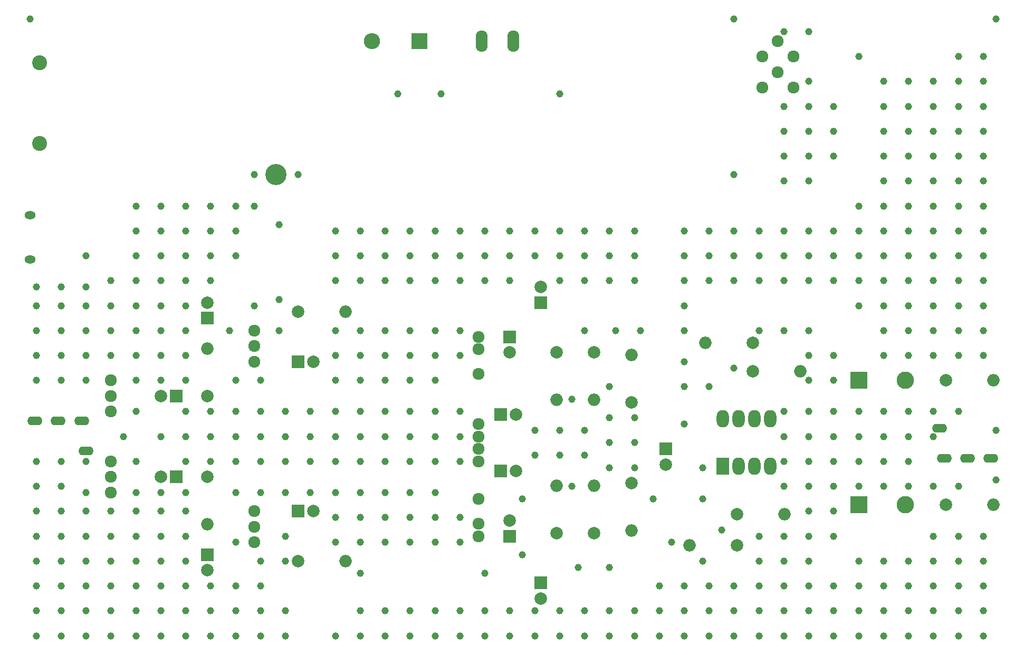
<source format=gbr>
G04 #@! TF.FileFunction,Soldermask,Bot*
%FSLAX46Y46*%
G04 Gerber Fmt 4.6, Leading zero omitted, Abs format (unit mm)*
G04 Created by KiCad (PCBNEW 4.0.7) date 05/17/21 03:00:34*
%MOMM*%
%LPD*%
G01*
G04 APERTURE LIST*
%ADD10C,0.100000*%
%ADD11C,1.170000*%
%ADD12R,2.000000X2.000000*%
%ADD13C,2.000000*%
%ADD14R,2.800000X2.800000*%
%ADD15C,2.800000*%
%ADD16R,2.600000X2.600000*%
%ADD17O,2.600000X2.600000*%
%ADD18C,2.400000*%
%ADD19C,3.400000*%
%ADD20O,1.800000X1.300000*%
%ADD21O,2.400000X1.400000*%
%ADD22O,2.000000X2.000000*%
%ADD23C,1.924000*%
%ADD24O,1.924000X3.448000*%
%ADD25R,2.000000X2.800000*%
%ADD26O,2.000000X2.800000*%
G04 APERTURE END LIST*
D10*
D11*
X213000000Y-29000000D03*
X207000000Y-35000000D03*
X166000000Y-116000000D03*
X169000000Y-111000000D03*
X137000000Y-106000000D03*
X137000000Y-115000000D03*
X131000000Y-118000000D03*
X111000000Y-118000000D03*
X67000000Y-105000000D03*
X95000000Y-87000000D03*
X91000000Y-87000000D03*
X101000000Y-54000000D03*
X94000000Y-54000000D03*
X67000000Y-67000000D03*
X58000000Y-29000000D03*
X117000000Y-41000000D03*
X124000000Y-41000000D03*
X143000000Y-41000000D03*
X171000000Y-29000000D03*
X171000000Y-54000000D03*
X94000000Y-75000000D03*
X87000000Y-71000000D03*
X87000000Y-63000000D03*
X87000000Y-59000000D03*
X91000000Y-63000000D03*
X91000000Y-59000000D03*
X91000000Y-67000000D03*
X87000000Y-67000000D03*
X79000000Y-67000000D03*
X75000000Y-67000000D03*
X83000000Y-67000000D03*
X83000000Y-59000000D03*
X83000000Y-63000000D03*
X75000000Y-59000000D03*
X79000000Y-59000000D03*
X79000000Y-63000000D03*
X75000000Y-63000000D03*
X75000000Y-75000000D03*
X79000000Y-75000000D03*
X71000000Y-75000000D03*
X59000000Y-75000000D03*
X59000000Y-72000000D03*
X79000000Y-71000000D03*
X67000000Y-72000000D03*
X71000000Y-71000000D03*
X75000000Y-71000000D03*
X67000000Y-75000000D03*
X63000000Y-72000000D03*
X63000000Y-75000000D03*
X83000000Y-75000000D03*
X83000000Y-71000000D03*
X83000000Y-87000000D03*
X83000000Y-79000000D03*
X83000000Y-83000000D03*
X63000000Y-83000000D03*
X63000000Y-79000000D03*
X63000000Y-87000000D03*
X67000000Y-83000000D03*
X75000000Y-87000000D03*
X67000000Y-87000000D03*
X75000000Y-79000000D03*
X71000000Y-79000000D03*
X67000000Y-79000000D03*
X79000000Y-79000000D03*
X79000000Y-87000000D03*
X59000000Y-79000000D03*
X59000000Y-87000000D03*
X59000000Y-83000000D03*
X71000000Y-83000000D03*
X79000000Y-83000000D03*
X75000000Y-83000000D03*
X59000000Y-100000000D03*
X59000000Y-104000000D03*
X67000000Y-100000000D03*
X63000000Y-104000000D03*
X63000000Y-100000000D03*
X75000000Y-105000000D03*
X79000000Y-105000000D03*
X83000000Y-105000000D03*
X83000000Y-108000000D03*
X83000000Y-116000000D03*
X83000000Y-112000000D03*
X63000000Y-108000000D03*
X63000000Y-112000000D03*
X67000000Y-108000000D03*
X67000000Y-112000000D03*
X59000000Y-112000000D03*
X59000000Y-108000000D03*
X71000000Y-108000000D03*
X71000000Y-112000000D03*
X79000000Y-112000000D03*
X79000000Y-108000000D03*
X75000000Y-112000000D03*
X75000000Y-108000000D03*
X91000000Y-113000000D03*
X91000000Y-105000000D03*
X99000000Y-105000000D03*
X103000000Y-105000000D03*
X95000000Y-105000000D03*
X99000000Y-116000000D03*
X99000000Y-112000000D03*
X95000000Y-116000000D03*
X95000000Y-120000000D03*
X91000000Y-120000000D03*
X87000000Y-120000000D03*
X83000000Y-120000000D03*
X75000000Y-116000000D03*
X75000000Y-120000000D03*
X79000000Y-116000000D03*
X79000000Y-120000000D03*
X71000000Y-120000000D03*
X71000000Y-116000000D03*
X59000000Y-116000000D03*
X59000000Y-120000000D03*
X67000000Y-120000000D03*
X67000000Y-116000000D03*
X63000000Y-120000000D03*
X63000000Y-116000000D03*
X63000000Y-124000000D03*
X63000000Y-128000000D03*
X67000000Y-124000000D03*
X67000000Y-128000000D03*
X59000000Y-128000000D03*
X59000000Y-124000000D03*
X87000000Y-124000000D03*
X91000000Y-124000000D03*
X83000000Y-124000000D03*
X71000000Y-124000000D03*
X71000000Y-128000000D03*
X91000000Y-128000000D03*
X79000000Y-128000000D03*
X83000000Y-128000000D03*
X87000000Y-128000000D03*
X79000000Y-124000000D03*
X75000000Y-128000000D03*
X95000000Y-128000000D03*
X95000000Y-124000000D03*
X75000000Y-124000000D03*
X107000000Y-128000000D03*
X99000000Y-128000000D03*
X99000000Y-124000000D03*
X207000000Y-104000000D03*
X207000000Y-92000000D03*
X199000000Y-92000000D03*
X199000000Y-96000000D03*
X203000000Y-96000000D03*
X203000000Y-92000000D03*
X199000000Y-100000000D03*
X203000000Y-104000000D03*
X199000000Y-104000000D03*
X191000000Y-104000000D03*
X195000000Y-104000000D03*
X191000000Y-100000000D03*
X195000000Y-100000000D03*
X195000000Y-92000000D03*
X195000000Y-96000000D03*
X191000000Y-96000000D03*
X191000000Y-92000000D03*
X187000000Y-87000000D03*
X183000000Y-87000000D03*
X179000000Y-92000000D03*
X179000000Y-96000000D03*
X183000000Y-92000000D03*
X183000000Y-96000000D03*
X187000000Y-96000000D03*
X187000000Y-92000000D03*
X187000000Y-100000000D03*
X187000000Y-108000000D03*
X187000000Y-112000000D03*
X187000000Y-104000000D03*
X183000000Y-104000000D03*
X183000000Y-100000000D03*
X179000000Y-104000000D03*
X179000000Y-100000000D03*
X175000000Y-112000000D03*
X175000000Y-116000000D03*
X183000000Y-116000000D03*
X183000000Y-112000000D03*
X179000000Y-116000000D03*
X179000000Y-112000000D03*
X183000000Y-108000000D03*
X158000000Y-106000000D03*
X166000000Y-101000000D03*
X166000000Y-106000000D03*
X161000000Y-113000000D03*
X163000000Y-120000000D03*
X159000000Y-120000000D03*
X187000000Y-120000000D03*
X175000000Y-120000000D03*
X183000000Y-120000000D03*
X179000000Y-120000000D03*
X171000000Y-120000000D03*
X167000000Y-120000000D03*
X213000000Y-95000000D03*
X213000000Y-103000000D03*
X211000000Y-112000000D03*
X207000000Y-112000000D03*
X203000000Y-112000000D03*
X191000000Y-116000000D03*
X195000000Y-116000000D03*
X195000000Y-120000000D03*
X191000000Y-120000000D03*
X199000000Y-120000000D03*
X199000000Y-116000000D03*
X207000000Y-120000000D03*
X203000000Y-120000000D03*
X203000000Y-116000000D03*
X207000000Y-116000000D03*
X207000000Y-124000000D03*
X211000000Y-124000000D03*
X203000000Y-124000000D03*
X211000000Y-128000000D03*
X203000000Y-128000000D03*
X207000000Y-128000000D03*
X211000000Y-120000000D03*
X211000000Y-116000000D03*
X167000000Y-124000000D03*
X167000000Y-128000000D03*
X171000000Y-128000000D03*
X171000000Y-124000000D03*
X179000000Y-124000000D03*
X199000000Y-124000000D03*
X199000000Y-128000000D03*
X179000000Y-128000000D03*
X183000000Y-124000000D03*
X191000000Y-128000000D03*
X187000000Y-128000000D03*
X183000000Y-128000000D03*
X195000000Y-128000000D03*
X175000000Y-128000000D03*
X175000000Y-124000000D03*
X187000000Y-124000000D03*
X195000000Y-124000000D03*
X191000000Y-124000000D03*
X155000000Y-124000000D03*
X159000000Y-124000000D03*
X151000000Y-124000000D03*
X139000000Y-124000000D03*
X139000000Y-128000000D03*
X159000000Y-128000000D03*
X147000000Y-128000000D03*
X151000000Y-128000000D03*
X155000000Y-128000000D03*
X147000000Y-124000000D03*
X143000000Y-128000000D03*
X163000000Y-128000000D03*
X163000000Y-124000000D03*
X143000000Y-124000000D03*
X115000000Y-124000000D03*
X135000000Y-124000000D03*
X135000000Y-128000000D03*
X115000000Y-128000000D03*
X119000000Y-124000000D03*
X127000000Y-128000000D03*
X123000000Y-128000000D03*
X119000000Y-128000000D03*
X131000000Y-128000000D03*
X111000000Y-128000000D03*
X111000000Y-124000000D03*
X123000000Y-124000000D03*
X131000000Y-124000000D03*
X127000000Y-124000000D03*
X146000000Y-117000000D03*
X151000000Y-117000000D03*
X145000000Y-104000000D03*
X151000000Y-88000000D03*
X145000000Y-90000000D03*
X155000000Y-97000000D03*
X151000000Y-97000000D03*
X155000000Y-101000000D03*
X151000000Y-101000000D03*
X151000000Y-93000000D03*
X155000000Y-93000000D03*
X139000000Y-99000000D03*
X143000000Y-99000000D03*
X147000000Y-99000000D03*
X107000000Y-96000000D03*
X111000000Y-96000000D03*
X103000000Y-96000000D03*
X171000000Y-85000000D03*
X183000000Y-83000000D03*
X187000000Y-83000000D03*
X175000000Y-79000000D03*
X179000000Y-79000000D03*
X183000000Y-79000000D03*
X203000000Y-83000000D03*
X199000000Y-83000000D03*
X207000000Y-83000000D03*
X195000000Y-83000000D03*
X211000000Y-83000000D03*
X203000000Y-75000000D03*
X199000000Y-75000000D03*
X207000000Y-75000000D03*
X195000000Y-75000000D03*
X211000000Y-75000000D03*
X191000000Y-75000000D03*
X211000000Y-79000000D03*
X195000000Y-79000000D03*
X207000000Y-79000000D03*
X199000000Y-79000000D03*
X203000000Y-79000000D03*
X191000000Y-59000000D03*
X183000000Y-55000000D03*
X179000000Y-55000000D03*
X183000000Y-39000000D03*
X187000000Y-51000000D03*
X183000000Y-51000000D03*
X179000000Y-51000000D03*
X187000000Y-43000000D03*
X187000000Y-47000000D03*
X183000000Y-47000000D03*
X183000000Y-43000000D03*
X179000000Y-43000000D03*
X179000000Y-47000000D03*
X183000000Y-31000000D03*
X179000000Y-31000000D03*
X191000000Y-35000000D03*
X211000000Y-43000000D03*
X211000000Y-39000000D03*
X211000000Y-47000000D03*
X195000000Y-47000000D03*
X195000000Y-39000000D03*
X195000000Y-43000000D03*
X207000000Y-43000000D03*
X207000000Y-47000000D03*
X207000000Y-39000000D03*
X199000000Y-43000000D03*
X199000000Y-47000000D03*
X199000000Y-39000000D03*
X203000000Y-39000000D03*
X203000000Y-47000000D03*
X203000000Y-43000000D03*
X211000000Y-35000000D03*
X211000000Y-55000000D03*
X211000000Y-51000000D03*
X211000000Y-59000000D03*
X195000000Y-59000000D03*
X195000000Y-51000000D03*
X195000000Y-55000000D03*
X207000000Y-55000000D03*
X207000000Y-59000000D03*
X207000000Y-51000000D03*
X199000000Y-55000000D03*
X199000000Y-59000000D03*
X199000000Y-51000000D03*
X203000000Y-51000000D03*
X203000000Y-59000000D03*
X203000000Y-55000000D03*
X203000000Y-67000000D03*
X203000000Y-71000000D03*
X203000000Y-63000000D03*
X199000000Y-63000000D03*
X199000000Y-71000000D03*
X199000000Y-67000000D03*
X207000000Y-63000000D03*
X207000000Y-71000000D03*
X207000000Y-67000000D03*
X195000000Y-67000000D03*
X195000000Y-63000000D03*
X195000000Y-71000000D03*
X211000000Y-71000000D03*
X211000000Y-63000000D03*
X211000000Y-67000000D03*
X187000000Y-67000000D03*
X187000000Y-71000000D03*
X187000000Y-63000000D03*
X183000000Y-63000000D03*
X183000000Y-71000000D03*
X183000000Y-67000000D03*
X191000000Y-63000000D03*
X191000000Y-71000000D03*
X191000000Y-67000000D03*
X179000000Y-67000000D03*
X179000000Y-63000000D03*
X179000000Y-71000000D03*
X163000000Y-71000000D03*
X163000000Y-63000000D03*
X163000000Y-67000000D03*
X175000000Y-67000000D03*
X175000000Y-71000000D03*
X175000000Y-63000000D03*
X167000000Y-67000000D03*
X167000000Y-71000000D03*
X167000000Y-63000000D03*
X171000000Y-63000000D03*
X171000000Y-71000000D03*
X171000000Y-67000000D03*
X151000000Y-67000000D03*
X151000000Y-71000000D03*
X151000000Y-63000000D03*
X147000000Y-63000000D03*
X147000000Y-71000000D03*
X147000000Y-67000000D03*
X155000000Y-63000000D03*
X155000000Y-71000000D03*
X155000000Y-67000000D03*
X143000000Y-67000000D03*
X143000000Y-63000000D03*
X135000000Y-67000000D03*
X135000000Y-71000000D03*
X135000000Y-63000000D03*
X139000000Y-63000000D03*
X143000000Y-71000000D03*
X139000000Y-67000000D03*
X127000000Y-67000000D03*
X127000000Y-71000000D03*
X127000000Y-63000000D03*
X131000000Y-63000000D03*
X131000000Y-71000000D03*
X131000000Y-67000000D03*
X111000000Y-67000000D03*
X111000000Y-71000000D03*
X111000000Y-63000000D03*
X107000000Y-63000000D03*
X107000000Y-71000000D03*
X107000000Y-67000000D03*
X119000000Y-67000000D03*
X123000000Y-71000000D03*
X119000000Y-71000000D03*
X119000000Y-63000000D03*
X115000000Y-63000000D03*
X115000000Y-71000000D03*
X115000000Y-67000000D03*
X123000000Y-63000000D03*
X123000000Y-67000000D03*
X127000000Y-109000000D03*
X127000000Y-113000000D03*
X123000000Y-83000000D03*
X123000000Y-79000000D03*
X115000000Y-83000000D03*
X115000000Y-87000000D03*
X115000000Y-79000000D03*
X119000000Y-79000000D03*
X127000000Y-79000000D03*
X119000000Y-87000000D03*
X123000000Y-87000000D03*
X127000000Y-83000000D03*
X119000000Y-83000000D03*
X107000000Y-83000000D03*
X107000000Y-87000000D03*
X107000000Y-79000000D03*
X111000000Y-79000000D03*
X111000000Y-87000000D03*
X111000000Y-83000000D03*
X107000000Y-109000000D03*
X107000000Y-105000000D03*
X107000000Y-113000000D03*
X111000000Y-109000000D03*
X115000000Y-109000000D03*
X119000000Y-109000000D03*
X119000000Y-113000000D03*
X115000000Y-113000000D03*
X111000000Y-113000000D03*
X119000000Y-105000000D03*
X115000000Y-105000000D03*
X111000000Y-105000000D03*
X123000000Y-105000000D03*
X123000000Y-113000000D03*
X123000000Y-109000000D03*
X83000000Y-100000000D03*
X83000000Y-92000000D03*
X87000000Y-96000000D03*
X87000000Y-92000000D03*
X87000000Y-100000000D03*
X91000000Y-96000000D03*
X91000000Y-100000000D03*
X91000000Y-92000000D03*
X147000000Y-95000000D03*
X111000000Y-100000000D03*
X111000000Y-92000000D03*
X99000000Y-92000000D03*
X103000000Y-92000000D03*
X107000000Y-92000000D03*
X99000000Y-100000000D03*
X103000000Y-100000000D03*
X107000000Y-100000000D03*
X143000000Y-95000000D03*
X139000000Y-95000000D03*
X99000000Y-96000000D03*
X163000000Y-84000000D03*
X163000000Y-75000000D03*
X163000000Y-79000000D03*
X167000000Y-88000000D03*
X163000000Y-88000000D03*
X163000000Y-94000000D03*
X147000000Y-79000000D03*
X156000000Y-79000000D03*
X152000000Y-79000000D03*
X127000000Y-96000000D03*
X127000000Y-100000000D03*
X127000000Y-92000000D03*
X75000000Y-100000000D03*
X119000000Y-96000000D03*
X123000000Y-96000000D03*
X123000000Y-100000000D03*
X119000000Y-100000000D03*
X123000000Y-92000000D03*
X119000000Y-92000000D03*
X115000000Y-92000000D03*
X95000000Y-100000000D03*
X115000000Y-100000000D03*
X95000000Y-92000000D03*
X75000000Y-92000000D03*
X115000000Y-96000000D03*
X95000000Y-96000000D03*
X83000000Y-96000000D03*
X79000000Y-96000000D03*
X73000000Y-96000000D03*
X98000000Y-74000000D03*
X90000000Y-79000000D03*
X98000000Y-79000000D03*
X98000000Y-62000000D03*
X94000000Y-59000000D03*
D12*
X81500000Y-89500000D03*
D13*
X79000000Y-89500000D03*
D12*
X81500000Y-102500000D03*
D13*
X79000000Y-102500000D03*
D12*
X101000000Y-84000000D03*
D13*
X103500000Y-84000000D03*
D12*
X101000000Y-108000000D03*
D13*
X103500000Y-108000000D03*
D12*
X86500000Y-77000000D03*
D13*
X86500000Y-74500000D03*
D12*
X86500000Y-115000000D03*
D13*
X86500000Y-117500000D03*
D12*
X140000000Y-119500000D03*
D13*
X140000000Y-122000000D03*
D12*
X135000000Y-112000000D03*
D13*
X135000000Y-109500000D03*
D12*
X135000000Y-80000000D03*
D13*
X135000000Y-82500000D03*
D12*
X140000000Y-74500000D03*
D13*
X140000000Y-72000000D03*
D12*
X133500000Y-101500000D03*
D13*
X136000000Y-101500000D03*
D12*
X133500000Y-92500000D03*
D13*
X136000000Y-92500000D03*
D14*
X191000000Y-107000000D03*
D15*
X198500000Y-107000000D03*
D14*
X191000000Y-87000000D03*
D15*
X198500000Y-87000000D03*
D12*
X160000000Y-98000000D03*
D13*
X160000000Y-100500000D03*
D16*
X120500000Y-32500000D03*
D17*
X112880000Y-32500000D03*
D18*
X59500000Y-36000000D03*
X59500000Y-49000000D03*
D19*
X97500000Y-54000000D03*
D20*
X58000000Y-60450000D03*
X58000000Y-67550000D03*
D21*
X58800000Y-93500000D03*
X62500000Y-93500000D03*
X66300000Y-93500000D03*
X67000000Y-98300000D03*
X212200000Y-99500000D03*
X208500000Y-99500000D03*
X204700000Y-99500000D03*
X204000000Y-94700000D03*
D13*
X86500000Y-89500000D03*
D22*
X86500000Y-81880000D03*
D13*
X86500000Y-102500000D03*
D22*
X86500000Y-110120000D03*
D13*
X101000000Y-76000000D03*
D22*
X108620000Y-76000000D03*
D13*
X101000000Y-116000000D03*
D22*
X108620000Y-116000000D03*
D13*
X142500000Y-111500000D03*
D22*
X142500000Y-103880000D03*
D13*
X142500000Y-82500000D03*
D22*
X142500000Y-90120000D03*
D13*
X148500000Y-111500000D03*
D22*
X148500000Y-103880000D03*
D13*
X154500000Y-103500000D03*
D22*
X154500000Y-111120000D03*
D13*
X148500000Y-82500000D03*
D22*
X148500000Y-90120000D03*
D13*
X154500000Y-90500000D03*
D22*
X154500000Y-82880000D03*
D13*
X171500000Y-108500000D03*
D22*
X179120000Y-108500000D03*
D13*
X174000000Y-85500000D03*
D22*
X181620000Y-85500000D03*
D13*
X171500000Y-113500000D03*
D22*
X163880000Y-113500000D03*
D13*
X174000000Y-81000000D03*
D22*
X166380000Y-81000000D03*
D13*
X205000000Y-107000000D03*
D22*
X212620000Y-107000000D03*
D13*
X205000000Y-87000000D03*
D22*
X212620000Y-87000000D03*
D23*
X71000000Y-92000000D03*
X71000000Y-89500000D03*
X71000000Y-87000000D03*
X71000000Y-100000000D03*
X71000000Y-102500000D03*
X71000000Y-105000000D03*
X94000000Y-79000000D03*
X94000000Y-81500000D03*
X94000000Y-84000000D03*
X94000000Y-113000000D03*
X94000000Y-110500000D03*
X94000000Y-108000000D03*
D24*
X135540000Y-32500000D03*
X130460000Y-32500000D03*
D23*
X178000000Y-32500000D03*
X175500000Y-35000000D03*
X178000000Y-37500000D03*
X175500000Y-40000000D03*
X180500000Y-40000000D03*
X180500000Y-35000000D03*
X130000000Y-96000000D03*
X130000000Y-94000000D03*
X130000000Y-86000000D03*
X130000000Y-82000000D03*
X130000000Y-80000000D03*
X130000000Y-112000000D03*
X130000000Y-110000000D03*
X130000000Y-106000000D03*
X130000000Y-100000000D03*
X130000000Y-98000000D03*
D25*
X169210000Y-100810000D03*
D26*
X176830000Y-93190000D03*
X171750000Y-100810000D03*
X174290000Y-93190000D03*
X174290000Y-100810000D03*
X171750000Y-93190000D03*
X176830000Y-100810000D03*
X169210000Y-93190000D03*
M02*

</source>
